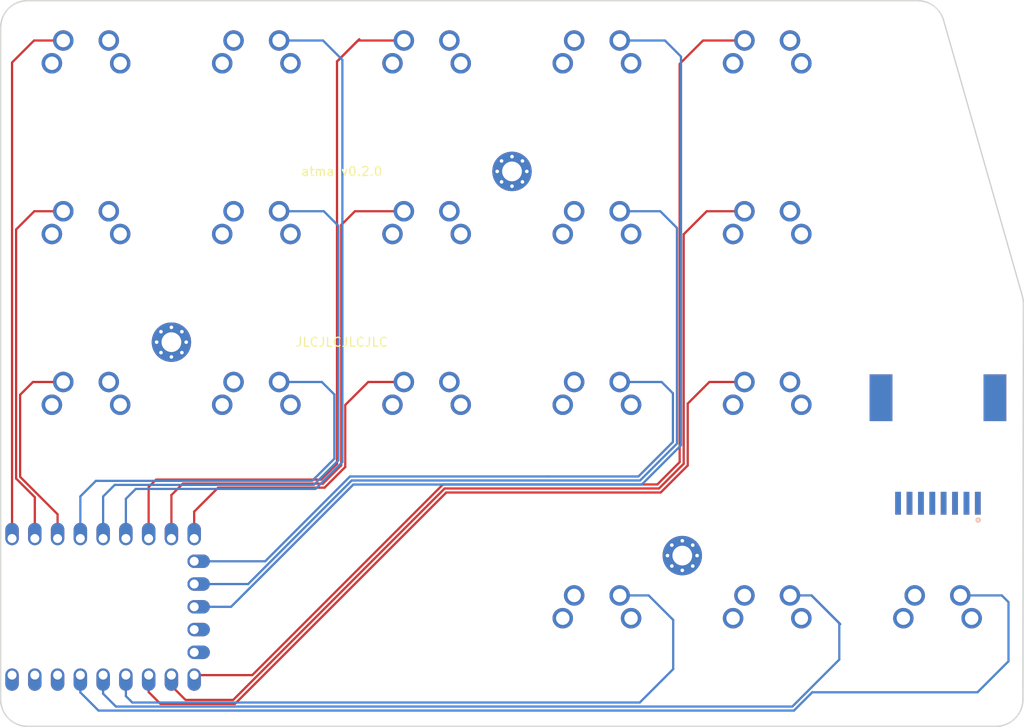
<source format=kicad_pcb>
(kicad_pcb (version 20221018) (generator pcbnew)
  (title_block (title "atma") (rev "v1.0.0") (company "Unknown"))
  (layers (0 "F.Cu" signal) (31 "B.Cu" signal) (34 "B.Paste" user) (35 "F.Paste" user) (36 "B.SilkS" user "B.Silkscreen") (37 "F.SilkS" user "F.Silkscreen") (38 "B.Mask" user) (39 "F.Mask" user) (44 "Edge.Cuts" user))
  (net 0 "")
  (net 1 "matrix_pinky_bottom")
  (net 2 "GND")
  (net 3 "matrix_pinky_home")
  (net 4 "matrix_pinky_top")
  (net 5 "matrix_ring_bottom")
  (net 6 "matrix_ring_home")
  (net 7 "matrix_ring_top")
  (net 8 "matrix_middle_bottom")
  (net 9 "matrix_middle_home")
  (net 10 "matrix_middle_top")
  (net 11 "matrix_index_bottom")
  (net 12 "matrix_index_home")
  (net 13 "matrix_index_top")
  (net 14 "matrix_inner_bottom")
  (net 15 "matrix_inner_home")
  (net 16 "matrix_inner_top")
  (net 17 "thumbfan_near_home")
  (net 18 "thumbfan_home_home")
  (net 19 "thumbfan_far_home")
  (net 20 "GP12")
  (net 21 "GP13")
  (net 22 "3V3")
  (net 23 "5V")
  (footprint "rp2040_zero_tht_pads" (layer "F.Cu") (at 154.305 172.4025 90)
    (fp_text reference "" (at 0 0 90) (layer "F.SilkS") (effects (font (size 1.27 1.27))))
    (fp_text value "" (at 0 0 90) (layer "F.SilkS") (effects (font (size 1.27 1.27))))
    (pad "1" thru_hole oval (at 7.62 -10.16 270) (size 2.5 1.5) (drill 1 (offset -0.5 0)) (layers "*.Cu" "*.Mask") (net 4 "matrix_pinky_top"))
    (pad "2" thru_hole oval (at 7.62 -7.62 270) (size 2.5 1.5) (drill 1 (offset -0.5 0)) (layers "*.Cu" "*.Mask") (net 3 "matrix_pinky_home"))
    (pad "3" thru_hole oval (at 7.62 -5.08 270) (size 2.5 1.5) (drill 1 (offset -0.5 0)) (layers "*.Cu" "*.Mask") (net 1 "matrix_pinky_bottom"))
    (pad "4" thru_hole oval (at 7.62 -2.54 270) (size 2.5 1.5) (drill 1 (offset -0.5 0)) (layers "*.Cu" "*.Mask") (net 5 "matrix_ring_bottom"))
    (pad "5" thru_hole oval (at 7.62 0 270) (size 2.5 1.5) (drill 1 (offset -0.5 0)) (layers "*.Cu" "*.Mask") (net 6 "matrix_ring_home"))
    (pad "6" thru_hole oval (at 7.62 2.54 270) (size 2.5 1.5) (drill 1 (offset -0.5 0)) (layers "*.Cu" "*.Mask") (net 7 "matrix_ring_top"))
    (pad "7" thru_hole oval (at 7.62 5.08 270) (size 2.5 1.5) (drill 1 (offset -0.5 0)) (layers "*.Cu" "*.Mask") (net 10 "matrix_middle_top"))
    (pad "8" thru_hole oval (at 7.62 7.62 270) (size 2.5 1.5) (drill 1 (offset -0.5 0)) (layers "*.Cu" "*.Mask") (net 9 "matrix_middle_home"))
    (pad "9" thru_hole oval (at 7.62 10.16 270) (size 2.5 1.5) (drill 1 (offset -0.5 0)) (layers "*.Cu" "*.Mask") (net 8 "matrix_middle_bottom"))
    (pad "10" thru_hole oval (at 5.08 10.16 180) (size 2.5 1.5) (drill 1 (offset -0.5 0)) (layers "*.Cu" "*.Mask") (net 11 "matrix_index_bottom"))
    (pad "11" thru_hole oval (at 2.54 10.16 180) (size 2.5 1.5) (drill 1 (offset -0.5 0)) (layers "*.Cu" "*.Mask") (net 12 "matrix_index_home"))
    (pad "12" thru_hole oval (at 0 10.16 180) (size 2.5 1.5) (drill 1 (offset -0.5 0)) (layers "*.Cu" "*.Mask") (net 13 "matrix_index_top"))
    (pad "13" thru_hole oval (at -2.54 10.16 180) (size 2.5 1.5) (drill 1 (offset -0.5 0)) (layers "*.Cu" "*.Mask") (net 20 "GP12"))
    (pad "14" thru_hole oval (at -5.08 10.16 180) (size 2.5 1.5) (drill 1 (offset -0.5 0)) (layers "*.Cu" "*.Mask") (net 21 "GP13"))
    (pad "15" thru_hole oval (at -7.62 10.16 90) (size 2.5 1.5) (drill 1 (offset -0.5 0)) (layers "*.Cu" "*.Mask") (net 16 "matrix_inner_top"))
    (pad "16" thru_hole oval (at -7.62 7.62 90) (size 2.5 1.5) (drill 1 (offset -0.5 0)) (layers "*.Cu" "*.Mask") (net 15 "matrix_inner_home"))
    (pad "17" thru_hole oval (at -7.62 5.08 90) (size 2.5 1.5) (drill 1 (offset -0.5 0)) (layers "*.Cu" "*.Mask") (net 14 "matrix_inner_bottom"))
    (pad "18" thru_hole oval (at -7.62 2.54 90) (size 2.5 1.5) (drill 1 (offset -0.5 0)) (layers "*.Cu" "*.Mask") (net 17 "thumbfan_near_home"))
    (pad "19" thru_hole oval (at -7.62 0 90) (size 2.5 1.5) (drill 1 (offset -0.5 0)) (layers "*.Cu" "*.Mask") (net 18 "thumbfan_home_home"))
    (pad "20" thru_hole oval (at -7.62 -2.54 90) (size 2.5 1.5) (drill 1 (offset -0.5 0)) (layers "*.Cu" "*.Mask") (net 19 "thumbfan_far_home"))
    (pad "21" thru_hole oval (at -7.62 -5.08 90) (size 2.5 1.5) (drill 1 (offset -0.5 0)) (layers "*.Cu" "*.Mask") (net 22 "3V3"))
    (pad "22" thru_hole oval (at -7.62 -7.62 90) (size 2.5 1.5) (drill 1 (offset -0.5 0)) (layers "*.Cu" "*.Mask") (net 2 "GND"))
    (pad "23" thru_hole oval (at -7.62 -10.16 90) (size 2.5 1.5) (drill 1 (offset -0.5 0)) (layers "*.Cu" "*.Mask") (net 23 "5V"))
  )
  (footprint "MountingHole_2.2mm_M2_Pad_Via" (layer "F.Cu") (at 161.925 142.875)
    (fp_text reference "_3" hide)
    (fp_text value "" (at 0 0) (layer "F.SilkS") (effects (font (size 1.27 1.27))))
    (pad "1" thru_hole circle (at -1.65 0) (size 0.7 0.7) (drill 0.4) (layers "*.Cu" "*.Mask"))
    (pad "1" thru_hole circle (at -1.166726 -1.166726) (size 0.7 0.7) (drill 0.4) (layers "*.Cu" "*.Mask"))
    (pad "1" thru_hole circle (at -1.166726 1.166726) (size 0.7 0.7) (drill 0.4) (layers "*.Cu" "*.Mask"))
    (pad "1" thru_hole circle (at 0 -1.65) (size 0.7 0.7) (drill 0.4) (layers "*.Cu" "*.Mask"))
    (pad "1" thru_hole circle (at 0 0) (size 4.4 4.4) (drill 2.2) (layers "*.Cu" "*.Mask"))
    (pad "1" thru_hole circle (at 0 1.65) (size 0.7 0.7) (drill 0.4) (layers "*.Cu" "*.Mask"))
    (pad "1" thru_hole circle (at 1.166726 -1.166726) (size 0.7 0.7) (drill 0.4) (layers "*.Cu" "*.Mask"))
    (pad "1" thru_hole circle (at 1.166726 1.166726) (size 0.7 0.7) (drill 0.4) (layers "*.Cu" "*.Mask"))
    (pad "1" thru_hole circle (at 1.65 0) (size 0.7 0.7) (drill 0.4) (layers "*.Cu" "*.Mask"))
  )
  (footprint "MX" (layer "F.Cu") (at 152.4 114.3)
    (fp_text reference "S3" hide)
    (fp_text value "" hide)
    (pad "" np_thru_hole circle (at -5.08 0) (size 1.7018 1.7018) (drill 1.7018) (layers "*.Cu" "*.Mask"))
    (pad "" np_thru_hole circle (at 0 0) (size 3.9878 3.9878) (drill 3.9878) (layers "*.Cu" "*.Mask"))
    (pad "" np_thru_hole circle (at 5.08 0) (size 1.7018 1.7018) (drill 1.7018) (layers "*.Cu" "*.Mask"))
    (pad "1" thru_hole circle (at -2.54 -5.08) (size 2.286 2.286) (drill 1.4986) (layers "*.Cu" "*.Mask") (net 4 "matrix_pinky_top"))
    (pad "1" thru_hole circle (at 2.54 -5.08) (size 2.286 2.286) (drill 1.4986) (layers "*.Cu" "*.Mask") (net 4 "matrix_pinky_top"))
    (pad "2" thru_hole circle (at -3.81 -2.54) (size 2.286 2.286) (drill 1.4986) (layers "*.Cu" "*.Mask") (net 2 "GND"))
    (pad "2" thru_hole circle (at 3.81 -2.54) (size 2.286 2.286) (drill 1.4986) (layers "*.Cu" "*.Mask") (net 2 "GND"))
  )
  (footprint "MX" (layer "F.Cu") (at 209.4 152.4)
    (fp_text reference "S10" hide)
    (fp_text value "" hide)
    (pad "" np_thru_hole circle (at -5.08 0) (size 1.7018 1.7018) (drill 1.7018) (layers "*.Cu" "*.Mask"))
    (pad "" np_thru_hole circle (at 0 0) (size 3.9878 3.9878) (drill 3.9878) (layers "*.Cu" "*.Mask"))
    (pad "" np_thru_hole circle (at 5.08 0) (size 1.7018 1.7018) (drill 1.7018) (layers "*.Cu" "*.Mask"))
    (pad "1" thru_hole circle (at -2.54 -5.08) (size 2.286 2.286) (drill 1.4986) (layers "*.Cu" "*.Mask") (net 11 "matrix_index_bottom"))
    (pad "1" thru_hole circle (at 2.54 -5.08) (size 2.286 2.286) (drill 1.4986) (layers "*.Cu" "*.Mask") (net 11 "matrix_index_bottom"))
    (pad "2" thru_hole circle (at -3.81 -2.54) (size 2.286 2.286) (drill 1.4986) (layers "*.Cu" "*.Mask") (net 2 "GND"))
    (pad "2" thru_hole circle (at 3.81 -2.54) (size 2.286 2.286) (drill 1.4986) (layers "*.Cu" "*.Mask") (net 2 "GND"))
  )
  (footprint "MX" (layer "F.Cu") (at 171.4 152.4)
    (fp_text reference "S4" hide)
    (fp_text value "" hide)
    (pad "" np_thru_hole circle (at -5.08 0) (size 1.7018 1.7018) (drill 1.7018) (layers "*.Cu" "*.Mask"))
    (pad "" np_thru_hole circle (at 0 0) (size 3.9878 3.9878) (drill 3.9878) (layers "*.Cu" "*.Mask"))
    (pad "" np_thru_hole circle (at 5.08 0) (size 1.7018 1.7018) (drill 1.7018) (layers "*.Cu" "*.Mask"))
    (pad "1" thru_hole circle (at -2.54 -5.08) (size 2.286 2.286) (drill 1.4986) (layers "*.Cu" "*.Mask") (net 5 "matrix_ring_bottom"))
    (pad "1" thru_hole circle (at 2.54 -5.08) (size 2.286 2.286) (drill 1.4986) (layers "*.Cu" "*.Mask") (net 5 "matrix_ring_bottom"))
    (pad "2" thru_hole circle (at -3.81 -2.54) (size 2.286 2.286) (drill 1.4986) (layers "*.Cu" "*.Mask") (net 2 "GND"))
    (pad "2" thru_hole circle (at 3.81 -2.54) (size 2.286 2.286) (drill 1.4986) (layers "*.Cu" "*.Mask") (net 2 "GND"))
  )
  (footprint "MX" (layer "F.Cu") (at 209.4 114.3)
    (fp_text reference "S12" hide)
    (fp_text value "" hide)
    (pad "" np_thru_hole circle (at -5.08 0) (size 1.7018 1.7018) (drill 1.7018) (layers "*.Cu" "*.Mask"))
    (pad "" np_thru_hole circle (at 0 0) (size 3.9878 3.9878) (drill 3.9878) (layers "*.Cu" "*.Mask"))
    (pad "" np_thru_hole circle (at 5.08 0) (size 1.7018 1.7018) (drill 1.7018) (layers "*.Cu" "*.Mask"))
    (pad "1" thru_hole circle (at -2.54 -5.08) (size 2.286 2.286) (drill 1.4986) (layers "*.Cu" "*.Mask") (net 13 "matrix_index_top"))
    (pad "1" thru_hole circle (at 2.54 -5.08) (size 2.286 2.286) (drill 1.4986) (layers "*.Cu" "*.Mask") (net 13 "matrix_index_top"))
    (pad "2" thru_hole circle (at -3.81 -2.54) (size 2.286 2.286) (drill 1.4986) (layers "*.Cu" "*.Mask") (net 2 "GND"))
    (pad "2" thru_hole circle (at 3.81 -2.54) (size 2.286 2.286) (drill 1.4986) (layers "*.Cu" "*.Mask") (net 2 "GND"))
  )
  (footprint "MX" (layer "F.Cu") (at 190.4 152.4)
    (fp_text reference "S7" hide)
    (fp_text value "" hide)
    (pad "" np_thru_hole circle (at -5.08 0) (size 1.7018 1.7018) (drill 1.7018) (layers "*.Cu" "*.Mask"))
    (pad "" np_thru_hole circle (at 0 0) (size 3.9878 3.9878) (drill 3.9878) (layers "*.Cu" "*.Mask"))
    (pad "" np_thru_hole circle (at 5.08 0) (size 1.7018 1.7018) (drill 1.7018) (layers "*.Cu" "*.Mask"))
    (pad "1" thru_hole circle (at -2.54 -5.08) (size 2.286 2.286) (drill 1.4986) (layers "*.Cu" "*.Mask") (net 8 "matrix_middle_bottom"))
    (pad "1" thru_hole circle (at 2.54 -5.08) (size 2.286 2.286) (drill 1.4986) (layers "*.Cu" "*.Mask") (net 8 "matrix_middle_bottom"))
    (pad "2" thru_hole circle (at -3.81 -2.54) (size 2.286 2.286) (drill 1.4986) (layers "*.Cu" "*.Mask") (net 2 "GND"))
    (pad "2" thru_hole circle (at 3.81 -2.54) (size 2.286 2.286) (drill 1.4986) (layers "*.Cu" "*.Mask") (net 2 "GND"))
  )
  (footprint "MX" (layer "F.Cu") (at 247.4 176.2125)
    (fp_text reference "S18" hide)
    (fp_text value "" hide)
    (pad "" np_thru_hole circle (at -5.08 0) (size 1.7018 1.7018) (drill 1.7018) (layers "*.Cu" "*.Mask"))
    (pad "" np_thru_hole circle (at 0 0) (size 3.9878 3.9878) (drill 3.9878) (layers "*.Cu" "*.Mask"))
    (pad "" np_thru_hole circle (at 5.08 0) (size 1.7018 1.7018) (drill 1.7018) (layers "*.Cu" "*.Mask"))
    (pad "1" thru_hole circle (at -2.54 -5.08) (size 2.286 2.286) (drill 1.4986) (layers "*.Cu" "*.Mask") (net 19 "thumbfan_far_home"))
    (pad "1" thru_hole circle (at 2.54 -5.08) (size 2.286 2.286) (drill 1.4986) (layers "*.Cu" "*.Mask") (net 19 "thumbfan_far_home"))
    (pad "2" thru_hole circle (at -3.81 -2.54) (size 2.286 2.286) (drill 1.4986) (layers "*.Cu" "*.Mask") (net 2 "GND"))
    (pad "2" thru_hole circle (at 3.81 -2.54) (size 2.286 2.286) (drill 1.4986) (layers "*.Cu" "*.Mask") (net 2 "GND"))
  )
  (footprint "MX" (layer "F.Cu") (at 228.4 133.35)
    (fp_text reference "S14" hide)
    (fp_text value "" hide)
    (pad "" np_thru_hole circle (at -5.08 0) (size 1.7018 1.7018) (drill 1.7018) (layers "*.Cu" "*.Mask"))
    (pad "" np_thru_hole circle (at 0 0) (size 3.9878 3.9878) (drill 3.9878) (layers "*.Cu" "*.Mask"))
    (pad "" np_thru_hole circle (at 5.08 0) (size 1.7018 1.7018) (drill 1.7018) (layers "*.Cu" "*.Mask"))
    (pad "1" thru_hole circle (at -2.54 -5.08) (size 2.286 2.286) (drill 1.4986) (layers "*.Cu" "*.Mask") (net 15 "matrix_inner_home"))
    (pad "1" thru_hole circle (at 2.54 -5.08) (size 2.286 2.286) (drill 1.4986) (layers "*.Cu" "*.Mask") (net 15 "matrix_inner_home"))
    (pad "2" thru_hole circle (at -3.81 -2.54) (size 2.286 2.286) (drill 1.4986) (layers "*.Cu" "*.Mask") (net 2 "GND"))
    (pad "2" thru_hole circle (at 3.81 -2.54) (size 2.286 2.286) (drill 1.4986) (layers "*.Cu" "*.Mask") (net 2 "GND"))
  )
  (footprint "MX" (layer "F.Cu") (at 152.4 152.4)
    (fp_text reference "S1" hide)
    (fp_text value "" hide)
    (pad "" np_thru_hole circle (at -5.08 0) (size 1.7018 1.7018) (drill 1.7018) (layers "*.Cu" "*.Mask"))
    (pad "" np_thru_hole circle (at 0 0) (size 3.9878 3.9878) (drill 3.9878) (layers "*.Cu" "*.Mask"))
    (pad "" np_thru_hole circle (at 5.08 0) (size 1.7018 1.7018) (drill 1.7018) (layers "*.Cu" "*.Mask"))
    (pad "1" thru_hole circle (at -2.54 -5.08) (size 2.286 2.286) (drill 1.4986) (layers "*.Cu" "*.Mask") (net 1 "matrix_pinky_bottom"))
    (pad "1" thru_hole circle (at 2.54 -5.08) (size 2.286 2.286) (drill 1.4986) (layers "*.Cu" "*.Mask") (net 1 "matrix_pinky_bottom"))
    (pad "2" thru_hole circle (at -3.81 -2.54) (size 2.286 2.286) (drill 1.4986) (layers "*.Cu" "*.Mask") (net 2 "GND"))
    (pad "2" thru_hole circle (at 3.81 -2.54) (size 2.286 2.286) (drill 1.4986) (layers "*.Cu" "*.Mask") (net 2 "GND"))
  )
  (footprint "MX" (layer "F.Cu") (at 152.4 133.35)
    (fp_text reference "S2" hide)
    (fp_text value "" hide)
    (pad "" np_thru_hole circle (at -5.08 0) (size 1.7018 1.7018) (drill 1.7018) (layers "*.Cu" "*.Mask"))
    (pad "" np_thru_hole circle (at 0 0) (size 3.9878 3.9878) (drill 3.9878) (layers "*.Cu" "*.Mask"))
    (pad "" np_thru_hole circle (at 5.08 0) (size 1.7018 1.7018) (drill 1.7018) (layers "*.Cu" "*.Mask"))
    (pad "1" thru_hole circle (at -2.54 -5.08) (size 2.286 2.286) (drill 1.4986) (layers "*.Cu" "*.Mask") (net 3 "matrix_pinky_home"))
    (pad "1" thru_hole circle (at 2.54 -5.08) (size 2.286 2.286) (drill 1.4986) (layers "*.Cu" "*.Mask") (net 3 "matrix_pinky_home"))
    (pad "2" thru_hole circle (at -3.81 -2.54) (size 2.286 2.286) (drill 1.4986) (layers "*.Cu" "*.Mask") (net 2 "GND"))
    (pad "2" thru_hole circle (at 3.81 -2.54) (size 2.286 2.286) (drill 1.4986) (layers "*.Cu" "*.Mask") (net 2 "GND"))
  )
  (footprint "MX" (layer "F.Cu") (at 228.4 176.2125)
    (fp_text reference "S17" hide)
    (fp_text value "" hide)
    (pad "" np_thru_hole circle (at -5.08 0) (size 1.7018 1.7018) (drill 1.7018) (layers "*.Cu" "*.Mask"))
    (pad "" np_thru_hole circle (at 0 0) (size 3.9878 3.9878) (drill 3.9878) (layers "*.Cu" "*.Mask"))
    (pad "" np_thru_hole circle (at 5.08 0) (size 1.7018 1.7018) (drill 1.7018) (layers "*.Cu" "*.Mask"))
    (pad "1" thru_hole circle (at -2.54 -5.08) (size 2.286 2.286) (drill 1.4986) (layers "*.Cu" "*.Mask") (net 18 "thumbfan_home_home"))
    (pad "1" thru_hole circle (at 2.54 -5.08) (size 2.286 2.286) (drill 1.4986) (layers "*.Cu" "*.Mask") (net 18 "thumbfan_home_home"))
    (pad "2" thru_hole circle (at -3.81 -2.54) (size 2.286 2.286) (drill 1.4986) (layers "*.Cu" "*.Mask") (net 2 "GND"))
    (pad "2" thru_hole circle (at 3.81 -2.54) (size 2.286 2.286) (drill 1.4986) (layers "*.Cu" "*.Mask") (net 2 "GND"))
  )
  (footprint "MX" (layer "F.Cu") (at 228.4 114.3)
    (fp_text reference "S15" hide)
    (fp_text value "" hide)
    (pad "" np_thru_hole circle (at -5.08 0) (size 1.7018 1.7018) (drill 1.7018) (layers "*.Cu" "*.Mask"))
    (pad "" np_thru_hole circle (at 0 0) (size 3.9878 3.9878) (drill 3.9878) (layers "*.Cu" "*.Mask"))
    (pad "" np_thru_hole circle (at 5.08 0) (size 1.7018 1.7018) (drill 1.7018) (layers "*.Cu" "*.Mask"))
    (pad "1" thru_hole circle (at -2.54 -5.08) (size 2.286 2.286) (drill 1.4986) (layers "*.Cu" "*.Mask") (net 16 "matrix_inner_top"))
    (pad "1" thru_hole circle (at 2.54 -5.08) (size 2.286 2.286) (drill 1.4986) (layers "*.Cu" "*.Mask") (net 16 "matrix_inner_top"))
    (pad "2" thru_hole circle (at -3.81 -2.54) (size 2.286 2.286) (drill 1.4986) (layers "*.Cu" "*.Mask") (net 2 "GND"))
    (pad "2" thru_hole circle (at 3.81 -2.54) (size 2.286 2.286) (drill 1.4986) (layers "*.Cu" "*.Mask") (net 2 "GND"))
  )
  (footprint "MX" (layer "F.Cu") (at 228.4 152.4)
    (fp_text reference "S13" hide)
    (fp_text value "" hide)
    (pad "" np_thru_hole circle (at -5.08 0) (size 1.7018 1.7018) (drill 1.7018) (layers "*.Cu" "*.Mask"))
    (pad "" np_thru_hole circle (at 0 0) (size 3.9878 3.9878) (drill 3.9878) (layers "*.Cu" "*.Mask"))
    (pad "" np_thru_hole circle (at 5.08 0) (size 1.7018 1.7018) (drill 1.7018) (layers "*.Cu" "*.Mask"))
    (pad "1" thru_hole circle (at -2.54 -5.08) (size 2.286 2.286) (drill 1.4986) (layers "*.Cu" "*.Mask") (net 14 "matrix_inner_bottom"))
    (pad "1" thru_hole circle (at 2.54 -5.08) (size 2.286 2.286) (drill 1.4986) (layers "*.Cu" "*.Mask") (net 14 "matrix_inner_bottom"))
    (pad "2" thru_hole circle (at -3.81 -2.54) (size 2.286 2.286) (drill 1.4986) (layers "*.Cu" "*.Mask") (net 2 "GND"))
    (pad "2" thru_hole circle (at 3.81 -2.54) (size 2.286 2.286) (drill 1.4986) (layers "*.Cu" "*.Mask") (net 2 "GND"))
  )
  (footprint "MX" (layer "F.Cu") (at 171.4 133.35)
    (fp_text reference "S5" hide)
    (fp_text value "" hide)
    (pad "" np_thru_hole circle (at -5.08 0) (size 1.7018 1.7018) (drill 1.7018) (layers "*.Cu" "*.Mask"))
    (pad "" np_thru_hole circle (at 0 0) (size 3.9878 3.9878) (drill 3.9878) (layers "*.Cu" "*.Mask"))
    (pad "" np_thru_hole circle (at 5.08 0) (size 1.7018 1.7018) (drill 1.7018) (layers "*.Cu" "*.Mask"))
    (pad "1" thru_hole circle (at -2.54 -5.08) (size 2.286 2.286) (drill 1.4986) (layers "*.Cu" "*.Mask") (net 6 "matrix_ring_home"))
    (pad "1" thru_hole circle (at 2.54 -5.08) (size 2.286 2.286) (drill 1.4986) (layers "*.Cu" "*.Mask") (net 6 "matrix_ring_home"))
    (pad "2" thru_hole circle (at -3.81 -2.54) (size 2.286 2.286) (drill 1.4986) (layers "*.Cu" "*.Mask") (net 2 "GND"))
    (pad "2" thru_hole circle (at 3.81 -2.54) (size 2.286 2.286) (drill 1.4986) (layers "*.Cu" "*.Mask") (net 2 "GND"))
  )
  (footprint "MX" (layer "F.Cu") (at 209.4 133.35)
    (fp_text reference "S11" hide)
    (fp_text value "" hide)
    (pad "" np_thru_hole circle (at -5.08 0) (size 1.7018 1.7018) (drill 1.7018) (layers "*.Cu" "*.Mask"))
    (pad "" np_thru_hole circle (at 0 0) (size 3.9878 3.9878) (drill 3.9878) (layers "*.Cu" "*.Mask"))
    (pad "" np_thru_hole circle (at 5.08 0) (size 1.7018 1.7018) (drill 1.7018) (layers "*.Cu" "*.Mask"))
    (pad "1" thru_hole circle (at -2.54 -5.08) (size 2.286 2.286) (drill 1.4986) (layers "*.Cu" "*.Mask") (net 12 "matrix_index_home"))
    (pad "1" thru_hole circle (at 2.54 -5.08) (size 2.286 2.286) (drill 1.4986) (layers "*.Cu" "*.Mask") (net 12 "matrix_index_home"))
    (pad "2" thru_hole circle (at -3.81 -2.54) (size 2.286 2.286) (drill 1.4986) (layers "*.Cu" "*.Mask") (net 2 "GND"))
    (pad "2" thru_hole circle (at 3.81 -2.54) (size 2.286 2.286) (drill 1.4986) (layers "*.Cu" "*.Mask") (net 2 "GND"))
  )
  (footprint "MountingHole_2.2mm_M2_Pad_Via" (layer "F.Cu") (at 218.925 166.6875)
    (fp_text reference "_5" hide)
    (fp_text value "" (at 0 0) (layer "F.SilkS") (effects (font (size 1.27 1.27))))
    (pad "1" thru_hole circle (at -1.65 0) (size 0.7 0.7) (drill 0.4) (layers "*.Cu" "*.Mask"))
    (pad "1" thru_hole circle (at -1.166726 -1.166726) (size 0.7 0.7) (drill 0.4) (layers "*.Cu" "*.Mask"))
    (pad "1" thru_hole circle (at -1.166726 1.166726) (size 0.7 0.7) (drill 0.4) (layers "*.Cu" "*.Mask"))
    (pad "1" thru_hole circle (at 0 -1.65) (size 0.7 0.7) (drill 0.4) (layers "*.Cu" "*.Mask"))
    (pad "1" thru_hole circle (at 0 0) (size 4.4 4.4) (drill 2.2) (layers "*.Cu" "*.Mask"))
    (pad "1" thru_hole circle (at 0 1.65) (size 0.7 0.7) (drill 0.4) (layers "*.Cu" "*.Mask"))
    (pad "1" thru_hole circle (at 1.166726 -1.166726) (size 0.7 0.7) (drill 0.4) (layers "*.Cu" "*.Mask"))
    (pad "1" thru_hole circle (at 1.166726 1.166726) (size 0.7 0.7) (drill 0.4) (layers "*.Cu" "*.Mask"))
    (pad "1" thru_hole circle (at 1.65 0) (size 0.7 0.7) (drill 0.4) (layers "*.Cu" "*.Mask"))
  )
  (footprint "MX" (layer "F.Cu") (at 171.4 114.3)
    (fp_text reference "S6" hide)
    (fp_text value "" hide)
    (pad "" np_thru_hole circle (at -5.08 0) (size 1.7018 1.7018) (drill 1.7018) (layers "*.Cu" "*.Mask"))
    (pad "" np_thru_hole circle (at 0 0) (size 3.9878 3.9878) (drill 3.9878) (layers "*.Cu" "*.Mask"))
    (pad "" np_thru_hole circle (at 5.08 0) (size 1.7018 1.7018) (drill 1.7018) (layers "*.Cu" "*.Mask"))
    (pad "1" thru_hole circle (at -2.54 -5.08) (size 2.286 2.286) (drill 1.4986) (layers "*.Cu" "*.Mask") (net 7 "matrix_ring_top"))
    (pad "1" thru_hole circle (at 2.54 -5.08) (size 2.286 2.286) (drill 1.4986) (layers "*.Cu" "*.Mask") (net 7 "matrix_ring_top"))
    (pad "2" thru_hole circle (at -3.81 -2.54) (size 2.286 2.286) (drill 1.4986) (layers "*.Cu" "*.Mask") (net 2 "GND"))
    (pad "2" thru_hole circle (at 3.81 -2.54) (size 2.286 2.286) (drill 1.4986) (layers "*.Cu" "*.Mask") (net 2 "GND"))
  )
  (footprint "44144-0003" (layer "F.Cu") (at 247.45 160.02 180)
    (fp_text reference "" (at 0 0 180) (layer "F.SilkS") (effects (font (size 1.27 1.27))))
    (fp_text value "" (at 0 0 180) (layer "F.SilkS") (effects (font (size 1.27 1.27))))
    (fp_circle (center -4.48 -2.704) (end -4.48 -2.61208) (stroke (width 0.2)) (fill none) (layer "B.SilkS"))
    (fp_circle (center -4.48 -2.704) (end -4.48 -2.61208) (stroke (width 0.2)) (fill none) (layer "F.SilkS"))
    (pad "1" smd rect (at -4.445 -0.83 180) (size 0.64 2.54) (layers "F.Cu" "F.Paste" "F.Mask") (net 22 "3V3"))
    (pad "1" smd rect (at -4.445 -0.83 180) (size 0.64 2.54) (layers "B.Cu" "B.Paste" "B.Mask") (net 22 "3V3"))
    (pad "2" smd rect (at -3.175 -0.83 180) (size 0.64 2.54) (layers "F.Cu" "F.Paste" "F.Mask") (net 2 "GND"))
    (pad "2" smd rect (at -3.175 -0.83 180) (size 0.64 2.54) (layers "B.Cu" "B.Paste" "B.Mask") (net 2 "GND"))
    (pad "3" smd rect (at -1.905 -0.83 180) (size 0.64 2.54) (layers "F.Cu" "F.Paste" "F.Mask") (net 21 "GP13"))
    (pad "3" smd rect (at -1.905 -0.83 180) (size 0.64 2.54) (layers "B.Cu" "B.Paste" "B.Mask") (net 21 "GP13"))
    (pad "4" smd rect (at -0.635 -0.83 180) (size 0.64 2.54) (layers "F.Cu" "F.Paste" "F.Mask") (net 21 "GP13"))
    (pad "4" smd rect (at -0.635 -0.83 180) (size 0.64 2.54) (layers "B.Cu" "B.Paste" "B.Mask") (net 21 "GP13"))
    (pad "5" smd rect (at 0.635 -0.83 180) (size 0.64 2.54) (layers "F.Cu" "F.Paste" "F.Mask") (net 20 "GP12"))
    (pad "5" smd rect (at 0.635 -0.83 180) (size 0.64 2.54) (layers "B.Cu" "B.Paste" "B.Mask") (net 20 "GP12"))
    (pad "6" smd rect (at 1.905 -0.83 180) (size 0.64 2.54) (layers "F.Cu" "F.Paste" "F.Mask") (net 20 "GP12"))
    (pad "6" smd rect (at 1.905 -0.83 180) (size 0.64 2.54) (layers "B.Cu" "B.Paste" "B.Mask") (net 20 "GP12"))
    (pad "7" smd rect (at 3.175 -0.83 180) (size 0.64 2.54) (layers "F.Cu" "F.Paste" "F.Mask") (net 2 "GND"))
    (pad "7" smd rect (at 3.175 -0.83 180) (size 0.64 2.54) (layers "B.Cu" "B.Paste" "B.Mask") (net 2 "GND"))
    (pad "8" smd rect (at 4.445 -0.83 180) (size 0.64 2.54) (layers "F.Cu" "F.Paste" "F.Mask") (net 22 "3V3"))
    (pad "8" smd rect (at 4.445 -0.83 180) (size 0.64 2.54) (layers "B.Cu" "B.Paste" "B.Mask") (net 22 "3V3"))
    (pad "9" smd rect (at -6.35 10.945 180) (size 2.54 5.21) (layers "F.Cu" "F.Paste" "F.Mask"))
    (pad "9" smd rect (at -6.35 10.945 180) (size 2.54 5.21) (layers "B.Cu" "B.Paste" "B.Mask"))
    (pad "10" smd rect (at 6.35 10.945 180) (size 2.54 5.21) (layers "F.Cu" "F.Paste" "F.Mask"))
    (pad "10" smd rect (at 6.35 10.945 180) (size 2.54 5.21) (layers "B.Cu" "B.Paste" "B.Mask"))
  )
  (footprint "MX" (layer "F.Cu") (at 209.4 176.2125)
    (fp_text reference "S16" hide)
    (fp_text value "" hide)
    (pad "" np_thru_hole circle (at -5.08 0) (size 1.7018 1.7018) (drill 1.7018) (layers "*.Cu" "*.Mask"))
    (pad "" np_thru_hole circle (at 0 0) (size 3.9878 3.9878) (drill 3.9878) (layers "*.Cu" "*.Mask"))
    (pad "" np_thru_hole circle (at 5.08 0) (size 1.7018 1.7018) (drill 1.7018) (layers "*.Cu" "*.Mask"))
    (pad "1" thru_hole circle (at -2.54 -5.08) (size 2.286 2.286) (drill 1.4986) (layers "*.Cu" "*.Mask") (net 17 "thumbfan_near_home"))
    (pad "1" thru_hole circle (at 2.54 -5.08) (size 2.286 2.286) (drill 1.4986) (layers "*.Cu" "*.Mask") (net 17 "thumbfan_near_home"))
    (pad "2" thru_hole circle (at -3.81 -2.54) (size 2.286 2.286) (drill 1.4986) (layers "*.Cu" "*.Mask") (net 2 "GND"))
    (pad "2" thru_hole circle (at 3.81 -2.54) (size 2.286 2.286) (drill 1.4986) (layers "*.Cu" "*.Mask") (net 2 "GND"))
  )
  (footprint "MountingHole_2.2mm_M2_Pad_Via" (layer "F.Cu") (at 199.925 123.825)
    (fp_text reference "_4" hide)
    (fp_text value "" (at 0 0) (layer "F.SilkS") (effects (font (size 1.27 1.27))))
    (pad "1" thru_hole circle (at -1.65 0) (size 0.7 0.7) (drill 0.4) (layers "*.Cu" "*.Mask"))
    (pad "1" thru_hole circle (at -1.166726 -1.166726) (size 0.7 0.7) (drill 0.4) (layers "*.Cu" "*.Mask"))
    (pad "1" thru_hole circle (at -1.166726 1.166726) (size 0.7 0.7) (drill 0.4) (layers "*.Cu" "*.Mask"))
    (pad "1" thru_hole circle (at 0 -1.65) (size 0.7 0.7) (drill 0.4) (layers "*.Cu" "*.Mask"))
    (pad "1" thru_hole circle (at 0 0) (size 4.4 4.4) (drill 2.2) (layers "*.Cu" "*.Mask"))
    (pad "1" thru_hole circle (at 0 1.65) (size 0.7 0.7) (drill 0.4) (layers "*.Cu" "*.Mask"))
    (pad "1" thru_hole circle (at 1.166726 -1.166726) (size 0.7 0.7) (drill 0.4) (layers "*.Cu" "*.Mask"))
    (pad "1" thru_hole circle (at 1.166726 1.166726) (size 0.7 0.7) (drill 0.4) (layers "*.Cu" "*.Mask"))
    (pad "1" thru_hole circle (at 1.65 0) (size 0.7 0.7) (drill 0.4) (layers "*.Cu" "*.Mask"))
  )
  (footprint "MX" (layer "F.Cu") (at 190.4 133.35)
    (fp_text reference "S8" hide)
    (fp_text value "" hide)
    (pad "" np_thru_hole circle (at -5.08 0) (size 1.7018 1.7018) (drill 1.7018) (layers "*.Cu" "*.Mask"))
    (pad "" np_thru_hole circle (at 0 0) (size 3.9878 3.9878) (drill 3.9878) (layers "*.Cu" "*.Mask"))
    (pad "" np_thru_hole circle (at 5.08 0) (size 1.7018 1.7018) (drill 1.7018) (layers "*.Cu" "*.Mask"))
    (pad "1" thru_hole circle (at -2.54 -5.08) (size 2.286 2.286) (drill 1.4986) (layers "*.Cu" "*.Mask") (net 9 "matrix_middle_home"))
    (pad "1" thru_hole circle (at 2.54 -5.08) (size 2.286 2.286) (drill 1.4986) (layers "*.Cu" "*.Mask") (net 9 "matrix_middle_home"))
    (pad "2" thru_hole circle (at -3.81 -2.54) (size 2.286 2.286) (drill 1.4986) (layers "*.Cu" "*.Mask") (net 2 "GND"))
    (pad "2" thru_hole circle (at 3.81 -2.54) (size 2.286 2.286) (drill 1.4986) (layers "*.Cu" "*.Mask") (net 2 "GND"))
  )
  (footprint "MX" (layer "F.Cu") (at 190.4 114.3)
    (fp_text reference "S9" hide)
    (fp_text value "" hide)
    (pad "" np_thru_hole circle (at -5.08 0) (size 1.7018 1.7018) (drill 1.7018) (layers "*.Cu" "*.Mask"))
    (pad "" np_thru_hole circle (at 0 0) (size 3.9878 3.9878) (drill 3.9878) (layers "*.Cu" "*.Mask"))
    (pad "" np_thru_hole circle (at 5.08 0) (size 1.7018 1.7018) (drill 1.7018) (layers "*.Cu" "*.Mask"))
    (pad "1" thru_hole circle (at -2.54 -5.08) (size 2.286 2.286) (drill 1.4986) (layers "*.Cu" "*.Mask") (net 10 "matrix_middle_top"))
    (pad "1" thru_hole circle (at 2.54 -5.08) (size 2.286 2.286) (drill 1.4986) (layers "*.Cu" "*.Mask") (net 10 "matrix_middle_top"))
    (pad "2" thru_hole circle (at -3.81 -2.54) (size 2.286 2.286) (drill 1.4986) (layers "*.Cu" "*.Mask") (net 2 "GND"))
    (pad "2" thru_hole circle (at 3.81 -2.54) (size 2.286 2.286) (drill 1.4986) (layers "*.Cu" "*.Mask") (net 2 "GND"))
  )
  (gr_line (start 256.974557 138.534271) (end 256.928146 182.74065) (stroke (width 0.15)) (layer "Edge.Cuts"))
  (gr_line (start 142.875 182.7375) (end 142.875 107.775) (stroke (width 0.15)) (layer "Edge.Cuts"))
  (gr_arc (start 145.875 185.7375) (mid 143.75368 184.85882) (end 142.875 182.7375) (stroke (width 0.15)) (layer "Edge.Cuts"))
  (gr_arc (start 256.859131 137.706958) (mid 256.94578 138.116577) (end 256.974557 138.534271) (stroke (width 0.15)) (layer "Edge.Cuts"))
  (gr_arc (start 256.928146 182.74065) (mid 256.048354 184.859933) (end 253.928148 185.7375) (stroke (width 0.15)) (layer "Edge.Cuts"))
  (gr_line (start 145.875 185.7375) (end 253.928148 185.7375) (stroke (width 0.15)) (layer "Edge.Cuts"))
  (gr_arc (start 245.187096 104.775) (mid 246.993683 105.379954) (end 248.071668 106.950837) (stroke (width 0.15)) (layer "Edge.Cuts"))
  (gr_line (start 248.071668 106.950837) (end 256.859131 137.706958) (stroke (width 0.15)) (layer "Edge.Cuts"))
  (gr_arc (start 142.875 107.775) (mid 143.75368 105.65368) (end 145.875 104.775) (stroke (width 0.15)) (layer "Edge.Cuts"))
  (gr_line (start 145.875 104.775) (end 245.187096 104.775) (stroke (width 0.15)) (layer "Edge.Cuts"))
  (gr_text "atma v0.2.0" (at 180.925 123.825) (layer "F.SilkS") (effects (font (size 1 1))))
  (gr_text "JLCJLCJLCJLC" (at 180.925 142.875) (layer "F.SilkS") (effects (font (size 1 1))))
  (segment (start 145.045 148.75) (end 146.475 147.32) (width 0.25) (layer "F.Cu") (net 1))
  (segment (start 149.225 164.7825) (end 149.225 162.078604) (width 0.25) (layer "F.Cu") (net 1))
  (segment (start 145.045 157.898604) (end 145.045 148.75) (width 0.25) (layer "F.Cu") (net 1))
  (segment (start 146.475 147.32) (end 149.86 147.32) (width 0.25) (layer "F.Cu") (net 1))
  (segment (start 149.225 162.078604) (end 145.045 157.898604) (width 0.25) (layer "F.Cu") (net 1))
  (segment (start 146.685 164.7825) (end 146.685 160.175) (width 0.25) (layer "F.Cu") (net 3))
  (segment (start 146.63 128.27) (end 149.86 128.27) (width 0.25) (layer "F.Cu") (net 3))
  (segment (start 144.595 158.085) (end 144.595 130.305) (width 0.25) (layer "F.Cu") (net 3))
  (segment (start 146.685 160.175) (end 144.595 158.085) (width 0.25) (layer "F.Cu") (net 3))
  (segment (start 144.595 130.305) (end 146.63 128.27) (width 0.25) (layer "F.Cu") (net 3))
  (segment (start 144.145 111.675) (end 146.6 109.22) (width 0.25) (layer "F.Cu") (net 4))
  (segment (start 144.145 164.7825) (end 144.145 111.675) (width 0.25) (layer "F.Cu") (net 4))
  (segment (start 146.6 109.22) (end 149.86 109.22) (width 0.25) (layer "F.Cu") (net 4))
  (segment (start 151.765 164.7825) (end 151.765 160.085) (width 0.25) (layer "B.Cu") (net 5))
  (segment (start 178.71 147.32) (end 173.94 147.32) (width 0.25) (layer "B.Cu") (net 5))
  (segment (start 180.1 148.71) (end 178.71 147.32) (width 0.25) (layer "B.Cu") (net 5))
  (segment (start 177.63 158.35) (end 180.1 155.88) (width 0.25) (layer "B.Cu") (net 5))
  (segment (start 151.765 160.085) (end 153.5 158.35) (width 0.25) (layer "B.Cu") (net 5))
  (segment (start 153.5 158.35) (end 177.63 158.35) (width 0.25) (layer "B.Cu") (net 5))
  (segment (start 180.1 155.88) (end 180.1 148.71) (width 0.25) (layer "B.Cu") (net 5))
  (segment (start 177.816396 158.8) (end 155.6 158.8) (width 0.25) (layer "B.Cu") (net 6))
  (segment (start 180.55 129.89) (end 180.55 156.066396) (width 0.25) (layer "B.Cu") (net 6))
  (segment (start 178.93 128.27) (end 180.55 129.89) (width 0.25) (layer "B.Cu") (net 6))
  (segment (start 154.305 160.095) (end 154.305 164.7825) (width 0.25) (layer "B.Cu") (net 6))
  (segment (start 173.94 128.27) (end 178.93 128.27) (width 0.25) (layer "B.Cu") (net 6))
  (segment (start 180.55 156.066396) (end 177.816396 158.8) (width 0.25) (layer "B.Cu") (net 6))
  (segment (start 155.6 158.8) (end 154.305 160.095) (width 0.25) (layer "B.Cu") (net 6))
  (segment (start 156.845 160.355) (end 157.95 159.25) (width 0.25) (layer "B.Cu") (net 7))
  (segment (start 156.845 164.7825) (end 156.845 160.355) (width 0.25) (layer "B.Cu") (net 7))
  (segment (start 178.002792 159.25) (end 181 156.252792) (width 0.25) (layer "B.Cu") (net 7))
  (segment (start 181 111.38) (end 178.84 109.22) (width 0.25) (layer "B.Cu") (net 7))
  (segment (start 181 156.252792) (end 181 111.38) (width 0.25) (layer "B.Cu") (net 7))
  (segment (start 157.95 159.25) (end 178.002792 159.25) (width 0.25) (layer "B.Cu") (net 7))
  (segment (start 178.84 109.22) (end 173.94 109.22) (width 0.25) (layer "B.Cu") (net 7))
  (segment (start 164.465 161.785) (end 167.14 159.11) (width 0.25) (layer "F.Cu") (net 8))
  (segment (start 181.32 149.88) (end 183.88 147.32) (width 0.25) (layer "F.Cu") (net 8))
  (segment (start 179.012792 159.11) (end 181.32 156.802792) (width 0.25) (layer "F.Cu") (net 8))
  (segment (start 164.465 164.7825) (end 164.465 161.785) (width 0.25) (layer "F.Cu") (net 8))
  (segment (start 183.88 147.32) (end 187.86 147.32) (width 0.25) (layer "F.Cu") (net 8))
  (segment (start 167.14 159.11) (end 179.012792 159.11) (width 0.25) (layer "F.Cu") (net 8))
  (segment (start 181.32 156.802792) (end 181.32 149.88) (width 0.25) (layer "F.Cu") (net 8))
  (segment (start 182.4 128.27) (end 187.86 128.27) (width 0.25) (layer "F.Cu") (net 9))
  (segment (start 178.826396 158.66) (end 180.87 156.616396) (width 0.25) (layer "F.Cu") (net 9))
  (segment (start 180.87 129.8) (end 182.4 128.27) (width 0.25) (layer "F.Cu") (net 9))
  (segment (start 161.925 159.935) (end 163.2 158.66) (width 0.25) (layer "F.Cu") (net 9))
  (segment (start 180.87 156.616396) (end 180.87 129.8) (width 0.25) (layer "F.Cu") (net 9))
  (segment (start 161.925 164.7825) (end 161.925 159.935) (width 0.25) (layer "F.Cu") (net 9))
  (segment (start 163.2 158.66) (end 178.826396 158.66) (width 0.25) (layer "F.Cu") (net 9))
  (segment (start 182.89 109.07) (end 180.4 111.56) (width 0.25) (layer "F.Cu") (net 10))
  (segment (start 180.4 111.56) (end 180.4 156.45) (width 0.25) (layer "F.Cu") (net 10))
  (segment (start 182.74 109.22) (end 180.4 111.56) (width 0.25) (layer "F.Cu") (net 10))
  (segment (start 178.64 158.21) (end 160.22 158.21) (width 0.25) (layer "F.Cu") (net 10))
  (segment (start 159.385 159.045) (end 159.385 164.7825) (width 0.25) (layer "F.Cu") (net 10))
  (segment (start 180.4 156.45) (end 178.64 158.21) (width 0.25) (layer "F.Cu") (net 10))
  (segment (start 187.86 109.22) (end 182.74 109.22) (width 0.25) (layer "F.Cu") (net 10))
  (segment (start 160.22 158.21) (end 159.385 159.045) (width 0.25) (layer "F.Cu") (net 10))
  (segment (start 216.62 147.32) (end 217.88 148.58) (width 0.25) (layer "B.Cu") (net 11))
  (segment (start 214.03 157.86) (end 217.88 154.01) (width 0.25) (layer "B.Cu") (net 11))
  (segment (start 181.85 157.86) (end 172.3875 167.3225) (width 0.25) (layer "B.Cu") (net 11))
  (segment (start 217.88 154.01) (end 217.88 148.58) (width 0.25) (layer "B.Cu") (net 11))
  (segment (start 203.91 157.86) (end 214.03 157.86) (width 0.25) (layer "B.Cu") (net 11))
  (segment (start 203.91 157.86) (end 181.85 157.86) (width 0.25) (layer "B.Cu") (net 11))
  (segment (start 211.94 147.32) (end 216.62 147.32) (width 0.25) (layer "B.Cu") (net 11))
  (segment (start 172.3875 167.3225) (end 164.465 167.3225) (width 0.25) (layer "B.Cu") (net 11))
  (segment (start 182.036396 158.31) (end 214.216396 158.31) (width 0.25) (layer "B.Cu") (net 12))
  (segment (start 216.47 128.27) (end 211.94 128.27) (width 0.25) (layer "B.Cu") (net 12))
  (segment (start 218.33 130.13) (end 216.47 128.27) (width 0.25) (layer "B.Cu") (net 12))
  (segment (start 170.483896 169.8625) (end 182.036396 158.31) (width 0.25) (layer "B.Cu") (net 12))
  (segment (start 218.33 154.196396) (end 218.33 130.13) (width 0.25) (layer "B.Cu") (net 12))
  (segment (start 164.465 169.8625) (end 170.483896 169.8625) (width 0.25) (layer "B.Cu") (net 12))
  (segment (start 214.216396 158.31) (end 218.33 154.196396) (width 0.25) (layer "B.Cu") (net 12))
  (segment (start 214.402792 158.76) (end 218.78 154.382792) (width 0.25) (layer "B.Cu") (net 13))
  (segment (start 216.99 109.22) (end 211.94 109.22) (width 0.25) (layer "B.Cu") (net 13))
  (segment (start 182.222792 158.76) (end 214.402792 158.76) (width 0.25) (layer "B.Cu") (net 13))
  (segment (start 164.465 172.4025) (end 168.580292 172.4025) (width 0.25) (layer "B.Cu") (net 13))
  (segment (start 168.580292 172.4025) (end 182.222792 158.76) (width 0.25) (layer "B.Cu") (net 13))
  (segment (start 218.78 111.01) (end 216.99 109.22) (width 0.25) (layer "B.Cu") (net 13))
  (segment (start 218.78 154.382792) (end 218.78 111.01) (width 0.25) (layer "B.Cu") (net 13))
  (segment (start 159.385 180.0225) (end 159.385 181.915) (width 0.25) (layer "F.Cu") (net 14))
  (segment (start 216.512792 159.65) (end 219.53 156.632792) (width 0.25) (layer "F.Cu") (net 14))
  (segment (start 169.002792 183.24) (end 192.592792 159.65) (width 0.25) (layer "F.Cu") (net 14))
  (segment (start 159.385 181.915) (end 160.71 183.24) (width 0.25) (layer "F.Cu") (net 14))
  (segment (start 192.592792 159.65) (end 216.512792 159.65) (width 0.25) (layer "F.Cu") (net 14))
  (segment (start 219.53 149.73) (end 221.94 147.32) (width 0.25) (layer "F.Cu") (net 14))
  (segment (start 219.53 156.632792) (end 219.53 149.73) (width 0.25) (layer "F.Cu") (net 14))
  (segment (start 221.94 147.32) (end 225.86 147.32) (width 0.25) (layer "F.Cu") (net 14))
  (segment (start 160.71 183.24) (end 169.002792 183.24) (width 0.25) (layer "F.Cu") (net 14))
  (segment (start 225.86 128.27) (end 221.65 128.27) (width 0.25) (layer "F.Cu") (net 15))
  (segment (start 216.326396 159.2) (end 192.406396 159.2) (width 0.25) (layer "F.Cu") (net 15))
  (segment (start 161.925 181.215) (end 161.925 180.0225) (width 0.25) (layer "F.Cu") (net 15))
  (segment (start 221.65 128.27) (end 219.08 130.84) (width 0.25) (layer "F.Cu") (net 15))
  (segment (start 219.08 130.84) (end 219.08 156.446396) (width 0.25) (layer "F.Cu") (net 15))
  (segment (start 163.5 182.79) (end 161.925 181.215) (width 0.25) (layer "F.Cu") (net 15))
  (segment (start 168.816396 182.79) (end 163.5 182.79) (width 0.25) (layer "F.Cu") (net 15))
  (segment (start 219.08 156.446396) (end 216.326396 159.2) (width 0.25) (layer "F.Cu") (net 15))
  (segment (start 192.406396 159.2) (end 168.816396 182.79) (width 0.25) (layer "F.Cu") (net 15))
  (segment (start 225.86 109.22) (end 221.24 109.22) (width 0.25) (layer "F.Cu") (net 16))
  (segment (start 221.24 109.22) (end 218.63 111.83) (width 0.25) (layer "F.Cu") (net 16))
  (segment (start 218.63 111.83) (end 218.63 156.26) (width 0.25) (layer "F.Cu") (net 16))
  (segment (start 170.9475 180.0225) (end 164.465 180.0225) (width 0.25) (layer "F.Cu") (net 16))
  (segment (start 216.14 158.75) (end 192.22 158.75) (width 0.25) (layer "F.Cu") (net 16))
  (segment (start 192.22 158.75) (end 170.9475 180.0225) (width 0.25) (layer "F.Cu") (net 16))
  (segment (start 218.63 156.26) (end 216.14 158.75) (width 0.25) (layer "F.Cu") (net 16))
  (segment (start 217.91 179.35) (end 214.18 183.08) (width 0.25) (layer "B.Cu") (net 17))
  (segment (start 211.94 171.1325) (end 215.1725 171.1325) (width 0.25) (layer "B.Cu") (net 17))
  (segment (start 217.91 173.87) (end 217.91 179.35) (width 0.25) (layer "B.Cu") (net 17))
  (segment (start 156.845 182.365) (end 156.845 180.0225) (width 0.25) (layer "B.Cu") (net 17))
  (segment (start 215.1725 171.1325) (end 217.91 173.87) (width 0.25) (layer "B.Cu") (net 17))
  (segment (start 157.56 183.08) (end 156.845 182.365) (width 0.25) (layer "B.Cu") (net 17))
  (segment (start 214.18 183.08) (end 157.56 183.08) (width 0.25) (layer "B.Cu") (net 17))
  (segment (start 154.305 182.105) (end 155.73 183.53) (width 0.25) (layer "B.Cu") (net 18))
  (segment (start 236.44 178.29) (end 236.44 174.23) (width 0.25) (layer "B.Cu") (net 18))
  (segment (start 233.3425 171.1325) (end 230.94 171.1325) (width 0.25) (layer "B.Cu") (net 18))
  (segment (start 236.44 174.23) (end 233.3425 171.1325) (width 0.25) (layer "B.Cu") (net 18))
  (segment (start 231.2 183.53) (end 236.44 178.29) (width 0.25) (layer "B.Cu") (net 18))
  (segment (start 154.305 180.0225) (end 154.305 182.105) (width 0.25) (layer "B.Cu") (net 18))
  (segment (start 155.73 183.53) (end 231.2 183.53) (width 0.25) (layer "B.Cu") (net 18))
  (segment (start 236.55 174.34) (end 233.3425 171.1325) (width 0.25) (layer "B.Cu") (net 18))
  (segment (start 254.5725 171.1325) (end 249.94 171.1325) (width 0.25) (layer "B.Cu") (net 19))
  (segment (start 255.32 171.88) (end 254.5725 171.1325) (width 0.25) (layer "B.Cu") (net 19))
  (segment (start 153.79 183.98) (end 231.386396 183.98) (width 0.25) (layer "B.Cu") (net 19))
  (segment (start 231.386396 183.98) (end 233.426396 181.94) (width 0.25) (layer "B.Cu") (net 19))
  (segment (start 255.32 178.48) (end 255.32 171.88) (width 0.25) (layer "B.Cu") (net 19))
  (segment (start 151.765 181.955) (end 153.79 183.98) (width 0.25) (layer "B.Cu") (net 19))
  (segment (start 233.426396 181.94) (end 251.86 181.94) (width 0.25) (layer "B.Cu") (net 19))
  (segment (start 251.86 181.94) (end 255.32 178.48) (width 0.25) (layer "B.Cu") (net 19))
  (segment (start 151.765 180.0225) (end 151.765 181.955) (width 0.25) (layer "B.Cu") (net 19))
)
</source>
